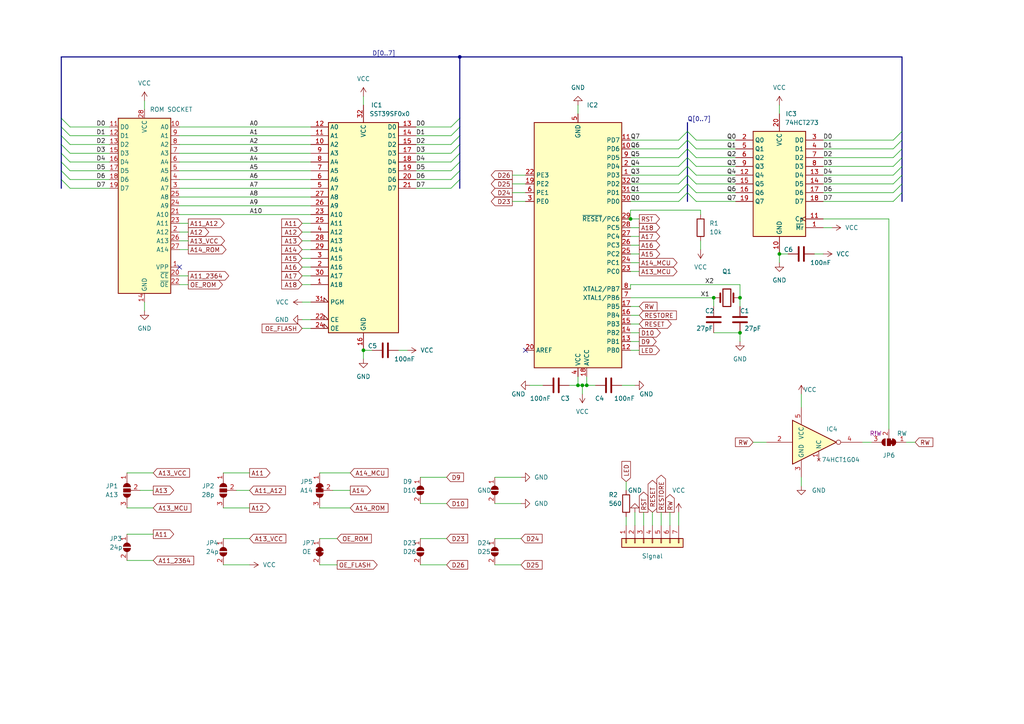
<source format=kicad_sch>
(kicad_sch (version 20230121) (generator eeschema)
  (paper "A4")
  (title_block (title "CBM Switchless Multi-ROM SMD Version") (date "01.10.2023") (rev "V3.0") (company "xboxpro1"))
  (lib_symbols
    (symbol "74xGxx:74AHC1G04"
      (property "Reference" "U1" (at 12.7 3.9369 0))
      (property "Value" "74HC1G04" (at 12.7 1.3969 0))
      (symbol "74AHC1G04_0_1"
        (polyline (pts (xy -7.62 6.35) (xy -7.62 -6.35) (xy 5.08 0) (xy -7.62 6.35)) (stroke (width 0.254)) (fill (type background)))
      )
      (symbol "74AHC1G04_1_1"
        (pin no_connect line (at 0 -5.08 90) (length 2.54) (name "NC") (number "1"))
        (pin input line (at -15.24 0 0) (length 7.62) (name "~") (number "2"))
        (pin power_in line (at -5.08 -10.16 90) (length 5.08) (name "GND") (number "3"))
        (pin output inverted (at 12.7 0 180) (length 7.62) (name "~") (number "4"))
        (pin power_in line (at -5.08 10.16 270) (length 5.08) (name "VCC") (number "5"))
      )
    )
    (symbol "74xx:74HCT273"
      (property "Reference" "U" (at -7.62 16.51 0))
      (property "Value" "74HCT273" (at -7.62 -16.51 0))
      (symbol "74HCT273_1_0"
        (pin input line (at -12.7 -12.7 0) (length 5.08) (name "~{Mr}") (number "1"))
        (pin power_in line (at 0 -20.32 90) (length 5.08) (name "GND") (number "10"))
        (pin input clock (at -12.7 -10.16 0) (length 5.08) (name "Cp") (number "11"))
        (pin output line (at 12.7 2.54 180) (length 5.08) (name "Q4") (number "12"))
        (pin input line (at -12.7 2.54 0) (length 5.08) (name "D4") (number "13"))
        (pin input line (at -12.7 0 0) (length 5.08) (name "D5") (number "14"))
        (pin output line (at 12.7 0 180) (length 5.08) (name "Q5") (number "15"))
        (pin output line (at 12.7 -2.54 180) (length 5.08) (name "Q6") (number "16"))
        (pin input line (at -12.7 -2.54 0) (length 5.08) (name "D6") (number "17"))
        (pin input line (at -12.7 -5.08 0) (length 5.08) (name "D7") (number "18"))
        (pin output line (at 12.7 -5.08 180) (length 5.08) (name "Q7") (number "19"))
        (pin output line (at 12.7 12.7 180) (length 5.08) (name "Q0") (number "2"))
        (pin power_in line (at 0 20.32 270) (length 5.08) (name "VCC") (number "20"))
        (pin input line (at -12.7 12.7 0) (length 5.08) (name "D0") (number "3"))
        (pin input line (at -12.7 10.16 0) (length 5.08) (name "D1") (number "4"))
        (pin output line (at 12.7 10.16 180) (length 5.08) (name "Q1") (number "5"))
        (pin output line (at 12.7 7.62 180) (length 5.08) (name "Q2") (number "6"))
        (pin input line (at -12.7 7.62 0) (length 5.08) (name "D2") (number "7"))
        (pin input line (at -12.7 5.08 0) (length 5.08) (name "D3") (number "8"))
        (pin output line (at 12.7 5.08 180) (length 5.08) (name "Q3") (number "9"))
      )
      (symbol "74HCT273_1_1"
        (rectangle (start -7.62 15.24) (end 7.62 -15.24) (stroke (width 0.254)) (fill (type background)))
      )
    )
    (symbol "Connector_Generic:Conn_01x07" (pin_names (offset 1.016) hide)
      (property "Reference" "J" (at 0 10.16 0))
      (property "Value" "Conn_01x07" (at 0 -10.16 0))
      (symbol "Conn_01x07_1_1"
        (rectangle (start -1.27 -7.493) (end 0 -7.747) (stroke (width 0.1524)))
        (rectangle (start -1.27 -4.953) (end 0 -5.207) (stroke (width 0.1524)))
        (rectangle (start -1.27 -2.413) (end 0 -2.667) (stroke (width 0.1524)))
        (rectangle (start -1.27 0.127) (end 0 -0.127) (stroke (width 0.1524)))
        (rectangle (start -1.27 2.667) (end 0 2.413) (stroke (width 0.1524)))
        (rectangle (start -1.27 5.207) (end 0 4.953) (stroke (width 0.1524)))
        (rectangle (start -1.27 7.747) (end 0 7.493) (stroke (width 0.1524)))
        (rectangle (start -1.27 8.89) (end 1.27 -8.89) (stroke (width 0.254)) (fill (type background)))
        (pin passive line (at -5.08 7.62 0) (length 3.81) (name "Pin_1") (number "1"))
        (pin passive line (at -5.08 5.08 0) (length 3.81) (name "Pin_2") (number "2"))
        (pin passive line (at -5.08 2.54 0) (length 3.81) (name "Pin_3") (number "3"))
        (pin passive line (at -5.08 0 0) (length 3.81) (name "Pin_4") (number "4"))
        (pin passive line (at -5.08 -2.54 0) (length 3.81) (name "Pin_5") (number "5"))
        (pin passive line (at -5.08 -5.08 0) (length 3.81) (name "Pin_6") (number "6"))
        (pin passive line (at -5.08 -7.62 0) (length 3.81) (name "Pin_7") (number "7"))
      )
    )
    (symbol "Device:Crystal" (pin_numbers hide) (pin_names (offset 1.016) hide)
      (property "Reference" "Y" (at 0 3.81 0))
      (property "Value" "Crystal" (at 0 -3.81 0))
      (symbol "Crystal_0_1"
        (rectangle (start -1.143 2.54) (end 1.143 -2.54) (stroke (width 0.3048)))
        (polyline (pts (xy -2.54 0) (xy -1.905 0)))
        (polyline (pts (xy -1.905 -1.27) (xy -1.905 1.27)) (stroke (width 0.508)))
        (polyline (pts (xy 1.905 -1.27) (xy 1.905 1.27)) (stroke (width 0.508)))
        (polyline (pts (xy 2.54 0) (xy 1.905 0)))
      )
      (symbol "Crystal_1_1"
        (pin passive line (at -3.81 0 0) (length 1.27) (name "1") (number "1"))
        (pin passive line (at 3.81 0 180) (length 1.27) (name "2") (number "2"))
      )
    )
    (symbol "Device:R" (pin_numbers hide) (pin_names (offset 0))
      (property "Reference" "R" (at 2.032 0 90))
      (property "Value" "R" (at 0 0 90))
      (symbol "R_0_1"
        (rectangle (start -1.016 -2.54) (end 1.016 2.54) (stroke (width 0.254)))
      )
      (symbol "R_1_1"
        (pin passive line (at 0 3.81 270) (length 1.27) (name "~") (number "1"))
        (pin passive line (at 0 -3.81 90) (length 1.27) (name "~") (number "2"))
      )
    )
    (symbol "Jumper:SolderJumper_2_Bridged" (pin_names (offset 0) hide)
      (property "Reference" "JP" (at 0 2.032 0))
      (property "Value" "SolderJumper_2_Bridged" (at 0 -2.54 0))
      (symbol "SolderJumper_2_Bridged_0_1"
        (rectangle (start -0.508 0.508) (end 0.508 -0.508) (fill (type outline)))
        (arc (start -0.254 1.016) (mid -1.2656 0) (end -0.254 -1.016))
        (arc (start -0.254 1.016) (mid -1.2656 0) (end -0.254 -1.016) (fill (type outline)))
        (polyline (pts (xy -0.254 1.016) (xy -0.254 -1.016)))
        (polyline (pts (xy 0.254 1.016) (xy 0.254 -1.016)))
        (arc (start 0.254 -1.016) (mid 1.2656 0) (end 0.254 1.016))
        (arc (start 0.254 -1.016) (mid 1.2656 0) (end 0.254 1.016) (fill (type outline)))
      )
      (symbol "SolderJumper_2_Bridged_1_1"
        (pin passive line (at -3.81 0 0) (length 2.54) (name "A") (number "1"))
        (pin passive line (at 3.81 0 180) (length 2.54) (name "B") (number "2"))
      )
    )
    (symbol "Jumper:SolderJumper_2_Open" (pin_names (offset 0) hide)
      (property "Reference" "JP" (at 0 2.032 0))
      (property "Value" "SolderJumper_2_Open" (at 0 -2.54 0))
      (symbol "SolderJumper_2_Open_0_1"
        (arc (start -0.254 1.016) (mid -1.2656 0) (end -0.254 -1.016))
        (arc (start -0.254 1.016) (mid -1.2656 0) (end -0.254 -1.016) (fill (type outline)))
        (polyline (pts (xy -0.254 1.016) (xy -0.254 -1.016)))
        (polyline (pts (xy 0.254 1.016) (xy 0.254 -1.016)))
        (arc (start 0.254 -1.016) (mid 1.2656 0) (end 0.254 1.016))
        (arc (start 0.254 -1.016) (mid 1.2656 0) (end 0.254 1.016) (fill (type outline)))
      )
      (symbol "SolderJumper_2_Open_1_1"
        (pin passive line (at -3.81 0 0) (length 2.54) (name "A") (number "1"))
        (pin passive line (at 3.81 0 180) (length 2.54) (name "B") (number "2"))
      )
    )
    (symbol "Jumper:SolderJumper_3_Bridged12" (pin_names (offset 0) hide)
      (property "Reference" "JP" (at -2.54 -2.54 0))
      (property "Value" "SolderJumper_3_Bridged12" (at 0 2.794 0))
      (symbol "SolderJumper_3_Bridged12_0_1"
        (rectangle (start -1.016 0.508) (end -0.508 -0.508) (fill (type outline)))
        (arc (start -1.016 1.016) (mid -2.0276 0) (end -1.016 -1.016))
        (arc (start -1.016 1.016) (mid -2.0276 0) (end -1.016 -1.016) (fill (type outline)))
        (rectangle (start -0.508 1.016) (end 0.508 -1.016) (fill (type outline)))
        (polyline (pts (xy -2.54 0) (xy -2.032 0)))
        (polyline (pts (xy -1.016 1.016) (xy -1.016 -1.016)))
        (polyline (pts (xy 0 -1.27) (xy 0 -1.016)))
        (polyline (pts (xy 1.016 1.016) (xy 1.016 -1.016)))
        (polyline (pts (xy 2.54 0) (xy 2.032 0)))
        (arc (start 1.016 -1.016) (mid 2.0276 0) (end 1.016 1.016))
        (arc (start 1.016 -1.016) (mid 2.0276 0) (end 1.016 1.016) (fill (type outline)))
      )
      (symbol "SolderJumper_3_Bridged12_1_1"
        (pin passive line (at -5.08 0 0) (length 2.54) (name "A") (number "1"))
        (pin passive line (at 0 -3.81 90) (length 2.54) (name "C") (number "2"))
        (pin passive line (at 5.08 0 180) (length 2.54) (name "B") (number "3"))
      )
    )
    (symbol "Jumper:SolderJumper_3_Open" (pin_names (offset 0) hide)
      (property "Reference" "JP" (at -2.54 -2.54 0))
      (property "Value" "SolderJumper_3_Open" (at 0 2.794 0))
      (symbol "SolderJumper_3_Open_0_1"
        (arc (start -1.016 1.016) (mid -2.0276 0) (end -1.016 -1.016))
        (arc (start -1.016 1.016) (mid -2.0276 0) (end -1.016 -1.016) (fill (type outline)))
        (rectangle (start -0.508 1.016) (end 0.508 -1.016) (fill (type outline)))
        (polyline (pts (xy -2.54 0) (xy -2.032 0)))
        (polyline (pts (xy -1.016 1.016) (xy -1.016 -1.016)))
        (polyline (pts (xy 0 -1.27) (xy 0 -1.016)))
        (polyline (pts (xy 1.016 1.016) (xy 1.016 -1.016)))
        (polyline (pts (xy 2.54 0) (xy 2.032 0)))
        (arc (start 1.016 -1.016) (mid 2.0276 0) (end 1.016 1.016))
        (arc (start 1.016 -1.016) (mid 2.0276 0) (end 1.016 1.016) (fill (type outline)))
      )
      (symbol "SolderJumper_3_Open_1_1"
        (pin passive line (at -5.08 0 0) (length 2.54) (name "A") (number "1"))
        (pin passive line (at 0 -3.81 90) (length 2.54) (name "C") (number "2"))
        (pin passive line (at 5.08 0 180) (length 2.54) (name "B") (number "3"))
      )
    )
    (symbol "MCU_Microchip_ATmega:ATmega328PB-A"
      (property "Reference" "U" (at -12.7 36.83 0))
      (property "Value" "ATmega328PB-A" (at 2.54 -36.83 0))
      (symbol "ATmega328PB-A_0_1"
        (rectangle (start -12.7 -35.56) (end 12.7 35.56) (stroke (width 0.254)) (fill (type background)))
      )
      (symbol "ATmega328PB-A_1_1"
        (pin bidirectional line (at 15.24 -20.32 180) (length 2.54) (name "PD3") (number "1"))
        (pin bidirectional line (at 15.24 -27.94 180) (length 2.54) (name "PD6") (number "10"))
        (pin bidirectional line (at 15.24 -30.48 180) (length 2.54) (name "PD7") (number "11"))
        (pin bidirectional line (at 15.24 30.48 180) (length 2.54) (name "PB0") (number "12"))
        (pin bidirectional line (at 15.24 27.94 180) (length 2.54) (name "PB1") (number "13"))
        (pin bidirectional line (at 15.24 25.4 180) (length 2.54) (name "PB2") (number "14"))
        (pin bidirectional line (at 15.24 22.86 180) (length 2.54) (name "PB3") (number "15"))
        (pin bidirectional line (at 15.24 20.32 180) (length 2.54) (name "PB4") (number "16"))
        (pin bidirectional line (at 15.24 17.78 180) (length 2.54) (name "PB5") (number "17"))
        (pin power_in line (at 2.54 38.1 270) (length 2.54) (name "AVCC") (number "18"))
        (pin bidirectional line (at -15.24 -17.78 0) (length 2.54) (name "PE2") (number "19"))
        (pin bidirectional line (at 15.24 -22.86 180) (length 2.54) (name "PD4") (number "2"))
        (pin passive line (at -15.24 30.48 0) (length 2.54) (name "AREF") (number "20"))
        (pin passive line (at 0 -38.1 90) (length 2.54) hide (name "GND") (number "21"))
        (pin bidirectional line (at -15.24 -20.32 0) (length 2.54) (name "PE3") (number "22"))
        (pin bidirectional line (at 15.24 7.62 180) (length 2.54) (name "PC0") (number "23"))
        (pin bidirectional line (at 15.24 5.08 180) (length 2.54) (name "PC1") (number "24"))
        (pin bidirectional line (at 15.24 2.54 180) (length 2.54) (name "PC2") (number "25"))
        (pin bidirectional line (at 15.24 0 180) (length 2.54) (name "PC3") (number "26"))
        (pin bidirectional line (at 15.24 -2.54 180) (length 2.54) (name "PC4") (number "27"))
        (pin bidirectional line (at 15.24 -5.08 180) (length 2.54) (name "PC5") (number "28"))
        (pin bidirectional line (at 15.24 -7.62 180) (length 2.54) (name "~{RESET}/PC6") (number "29"))
        (pin bidirectional line (at -15.24 -12.7 0) (length 2.54) (name "PE0") (number "3"))
        (pin bidirectional line (at 15.24 -12.7 180) (length 2.54) (name "PD0") (number "30"))
        (pin bidirectional line (at 15.24 -15.24 180) (length 2.54) (name "PD1") (number "31"))
        (pin bidirectional line (at 15.24 -17.78 180) (length 2.54) (name "PD2") (number "32"))
        (pin power_in line (at 0 38.1 270) (length 2.54) (name "VCC") (number "4"))
        (pin power_in line (at 0 -38.1 90) (length 2.54) (name "GND") (number "5"))
        (pin bidirectional line (at -15.24 -15.24 0) (length 2.54) (name "PE1") (number "6"))
        (pin bidirectional line (at 15.24 15.24 180) (length 2.54) (name "XTAL1/PB6") (number "7"))
        (pin bidirectional line (at 15.24 12.7 180) (length 2.54) (name "XTAL2/PB7") (number "8"))
        (pin bidirectional line (at 15.24 -25.4 180) (length 2.54) (name "PD5") (number "9"))
      )
    )
    (symbol "Memory_EPROM:27256"
      (property "Reference" "U" (at -7.62 26.67 0))
      (property "Value" "27256" (at 2.54 -26.67 0))
      (symbol "27256_1_1"
        (rectangle (start -7.62 25.4) (end 7.62 -25.4) (stroke (width 0.254)) (fill (type background)))
        (pin input line (at -10.16 -17.78 0) (length 2.54) (name "VPP") (number "1"))
        (pin input line (at -10.16 22.86 0) (length 2.54) (name "A0") (number "10"))
        (pin tri_state line (at 10.16 22.86 180) (length 2.54) (name "D0") (number "11"))
        (pin tri_state line (at 10.16 20.32 180) (length 2.54) (name "D1") (number "12"))
        (pin tri_state line (at 10.16 17.78 180) (length 2.54) (name "D2") (number "13"))
        (pin power_in line (at 0 -27.94 90) (length 2.54) (name "GND") (number "14"))
        (pin tri_state line (at 10.16 15.24 180) (length 2.54) (name "D3") (number "15"))
        (pin tri_state line (at 10.16 12.7 180) (length 2.54) (name "D4") (number "16"))
        (pin tri_state line (at 10.16 10.16 180) (length 2.54) (name "D5") (number "17"))
        (pin tri_state line (at 10.16 7.62 180) (length 2.54) (name "D6") (number "18"))
        (pin tri_state line (at 10.16 5.08 180) (length 2.54) (name "D7") (number "19"))
        (pin input line (at -10.16 -7.62 0) (length 2.54) (name "A12") (number "2"))
        (pin input line (at -10.16 -20.32 0) (length 2.54) (name "~{CE}") (number "20"))
        (pin input line (at -10.16 -2.54 0) (length 2.54) (name "A10") (number "21"))
        (pin input line (at -10.16 -22.86 0) (length 2.54) (name "~{OE}") (number "22"))
        (pin input line (at -10.16 -5.08 0) (length 2.54) (name "A11") (number "23"))
        (pin input line (at -10.16 0 0) (length 2.54) (name "A9") (number "24"))
        (pin input line (at -10.16 2.54 0) (length 2.54) (name "A8") (number "25"))
        (pin input line (at -10.16 -10.16 0) (length 2.54) (name "A13") (number "26"))
        (pin input line (at -10.16 -12.7 0) (length 2.54) (name "A14") (number "27"))
        (pin power_in line (at 0 27.94 270) (length 2.54) (name "VCC") (number "28"))
        (pin input line (at -10.16 5.08 0) (length 2.54) (name "A7") (number "3"))
        (pin input line (at -10.16 7.62 0) (length 2.54) (name "A6") (number "4"))
        (pin input line (at -10.16 10.16 0) (length 2.54) (name "A5") (number "5"))
        (pin input line (at -10.16 12.7 0) (length 2.54) (name "A4") (number "6"))
        (pin input line (at -10.16 15.24 0) (length 2.54) (name "A3") (number "7"))
        (pin input line (at -10.16 17.78 0) (length 2.54) (name "A2") (number "8"))
        (pin input line (at -10.16 20.32 0) (length 2.54) (name "A1") (number "9"))
      )
    )
    (symbol "Memory_Flash:SST39SF040"
      (property "Reference" "U" (at 2.54 33.02 0))
      (property "Value" "SST39SF040" (at 0 -30.48 0))
      (symbol "SST39SF040_0_0"
        (pin power_in line (at 0 -34.29 90) (length 5.08) (name "GND") (number "16"))
        (pin power_in line (at 0 36.83 270) (length 5.08) (name "VCC") (number "32"))
      )
      (symbol "SST39SF040_0_1"
        (rectangle (start -10.16 31.75) (end 10.16 -29.21) (stroke (width 0.254)) (fill (type background)))
      )
      (symbol "SST39SF040_1_1"
        (pin input line (at -15.24 -15.24 0) (length 5.08) (name "A18") (number "1"))
        (pin input line (at -15.24 25.4 0) (length 5.08) (name "A2") (number "10"))
        (pin input line (at -15.24 27.94 0) (length 5.08) (name "A1") (number "11"))
        (pin input line (at -15.24 30.48 0) (length 5.08) (name "A0") (number "12"))
        (pin tri_state line (at 15.24 30.48 180) (length 5.08) (name "D0") (number "13"))
        (pin tri_state line (at 15.24 27.94 180) (length 5.08) (name "D1") (number "14"))
        (pin tri_state line (at 15.24 25.4 180) (length 5.08) (name "D2") (number "15"))
        (pin tri_state line (at 15.24 22.86 180) (length 5.08) (name "D3") (number "17"))
        (pin tri_state line (at 15.24 20.32 180) (length 5.08) (name "D4") (number "18"))
        (pin tri_state line (at 15.24 17.78 180) (length 5.08) (name "D5") (number "19"))
        (pin input line (at -15.24 -10.16 0) (length 5.08) (name "A16") (number "2"))
        (pin tri_state line (at 15.24 15.24 180) (length 5.08) (name "D6") (number "20"))
        (pin tri_state line (at 15.24 12.7 180) (length 5.08) (name "D7") (number "21"))
        (pin input input_low (at -15.24 -25.4 0) (length 5.08) (name "CE") (number "22"))
        (pin input line (at -15.24 5.08 0) (length 5.08) (name "A10") (number "23"))
        (pin input input_low (at -15.24 -27.94 0) (length 5.08) (name "OE") (number "24"))
        (pin input line (at -15.24 2.54 0) (length 5.08) (name "A11") (number "25"))
        (pin input line (at -15.24 7.62 0) (length 5.08) (name "A9") (number "26"))
        (pin input line (at -15.24 10.16 0) (length 5.08) (name "A8") (number "27"))
        (pin input line (at -15.24 -2.54 0) (length 5.08) (name "A13") (number "28"))
        (pin input line (at -15.24 -5.08 0) (length 5.08) (name "A14") (number "29"))
        (pin input line (at -15.24 -7.62 0) (length 5.08) (name "A15") (number "3"))
        (pin input line (at -15.24 -12.7 0) (length 5.08) (name "A17") (number "30"))
        (pin input input_low (at -15.24 -20.32 0) (length 5.08) (name "PGM") (number "31"))
        (pin input line (at -15.24 0 0) (length 5.08) (name "A12") (number "4"))
        (pin input line (at -15.24 12.7 0) (length 5.08) (name "A7") (number "5"))
        (pin input line (at -15.24 15.24 0) (length 5.08) (name "A6") (number "6"))
        (pin input line (at -15.24 17.78 0) (length 5.08) (name "A5") (number "7"))
        (pin input line (at -15.24 20.32 0) (length 5.08) (name "A4") (number "8"))
        (pin input line (at -15.24 22.86 0) (length 5.08) (name "A3") (number "9"))
      )
    )
    (symbol "PCM_Capacitor_AKL:C_0805" (pin_numbers hide) (pin_names (offset 0.254))
      (property "Reference" "C" (at 0.635 2.54 0))
      (property "Value" "C_0805" (at 0.635 -2.54 0))
      (symbol "C_0805_0_1"
        (polyline (pts (xy -2.032 -0.762) (xy 2.032 -0.762)) (stroke (width 0.508)))
        (polyline (pts (xy -2.032 0.762) (xy 2.032 0.762)) (stroke (width 0.508)))
      )
      (symbol "C_0805_1_1"
        (pin passive line (at 0 3.81 270) (length 2.794) (name "~") (number "1"))
        (pin passive line (at 0 -3.81 90) (length 2.794) (name "~") (number "2"))
      )
    )
    (symbol "power:GND" (power) (pin_names (offset 0))
      (property "Value" "GND" (at 0 -3.81 0))
      (symbol "GND_0_1"
        (polyline (pts (xy 0 0) (xy 0 -1.27) (xy 1.27 -1.27) (xy 0 -2.54) (xy -1.27 -1.27) (xy 0 -1.27)))
      )
      (symbol "GND_1_1"
        (pin power_in line (at 0 0 270) (length 0) hide (name "GND") (number "1"))
      )
    )
    (symbol "power:VCC" (power) (pin_names (offset 0))
      (property "Value" "VCC" (at 0 3.81 0))
      (symbol "VCC_0_1"
        (polyline (pts (xy -0.762 1.27) (xy 0 2.54)))
        (polyline (pts (xy 0 0) (xy 0 2.54)))
        (polyline (pts (xy 0 2.54) (xy 0.762 1.27)))
      )
      (symbol "VCC_1_1"
        (pin power_in line (at 0 0 90) (length 0) hide (name "VCC") (number "1"))
      )
    )
  )
  (junction (at 214.63 86.36))
  (junction (at 226.06 73.66))
  (junction (at 105.41 101.6))
  (junction (at 214.63 96.52))
  (junction (at 168.91 111.76))
  (junction (at 133.35 16.51))
  (junction (at 207.01 86.36))
  (junction (at 167.64 111.76))
  (junction (at 182.88 63.5))
  (junction (at 170.18 111.76))
  (no_connect (at 52.07 77.47))
  (no_connect (at 152.4 101.6))
  (bus_entry (at 199.39 50.8) (size 2.54 2.54))
  (bus_entry (at 133.35 52.07) (size -2.54 2.54))
  (bus_entry (at 199.39 55.88) (size 2.54 2.54))
  (bus_entry (at 199.39 50.8) (size -2.54 2.54))
  (bus_entry (at 199.39 40.64) (size -2.54 2.54))
  (bus_entry (at 17.78 41.91) (size 2.54 2.54))
  (bus_entry (at 133.35 41.91) (size -2.54 2.54))
  (bus_entry (at 199.39 48.26) (size 2.54 2.54))
  (bus_entry (at 199.39 45.72) (size -2.54 2.54))
  (bus_entry (at 133.35 46.99) (size -2.54 2.54))
  (bus_entry (at 17.78 39.37) (size 2.54 2.54))
  (bus_entry (at 261.62 40.64) (size -2.54 2.54))
  (bus_entry (at 133.35 36.83) (size -2.54 2.54))
  (bus_entry (at 133.35 49.53) (size -2.54 2.54))
  (bus_entry (at 261.62 55.88) (size -2.54 2.54))
  (bus_entry (at 199.39 53.34) (size 2.54 2.54))
  (bus_entry (at 261.62 45.72) (size -2.54 2.54))
  (bus_entry (at 261.62 43.18) (size -2.54 2.54))
  (bus_entry (at 261.62 38.1) (size -2.54 2.54))
  (bus_entry (at 17.78 49.53) (size 2.54 2.54))
  (bus_entry (at 199.39 38.1) (size -2.54 2.54))
  (bus_entry (at 133.35 44.45) (size -2.54 2.54))
  (bus_entry (at 199.39 53.34) (size -2.54 2.54))
  (bus_entry (at 261.62 53.34) (size -2.54 2.54))
  (bus_entry (at 17.78 52.07) (size 2.54 2.54))
  (bus_entry (at 199.39 55.88) (size -2.54 2.54))
  (bus_entry (at 261.62 48.26) (size -2.54 2.54))
  (bus_entry (at 17.78 46.99) (size 2.54 2.54))
  (bus_entry (at 17.78 44.45) (size 2.54 2.54))
  (bus_entry (at 133.35 34.29) (size -2.54 2.54))
  (bus_entry (at 199.39 43.18) (size -2.54 2.54))
  (bus_entry (at 17.78 36.83) (size 2.54 2.54))
  (bus_entry (at 199.39 45.72) (size 2.54 2.54))
  (bus_entry (at 199.39 48.26) (size -2.54 2.54))
  (bus_entry (at 133.35 39.37) (size -2.54 2.54))
  (bus_entry (at 199.39 40.64) (size 2.54 2.54))
  (bus_entry (at 261.62 50.8) (size -2.54 2.54))
  (bus_entry (at 17.78 34.29) (size 2.54 2.54))
  (bus_entry (at 199.39 38.1) (size 2.54 2.54))
  (bus_entry (at 199.39 43.18) (size 2.54 2.54))
  (wire (pts (xy 182.88 71.12) (xy 185.42 71.12)))
  (wire (pts (xy 120.65 36.83) (xy 130.81 36.83)))
  (wire (pts (xy 168.91 111.76) (xy 168.91 114.3)))
  (wire (pts (xy 105.41 101.6) (xy 105.41 104.14)))
  (wire (pts (xy 41.91 87.63) (xy 41.91 90.17)))
  (wire (pts (xy 238.76 58.42) (xy 259.08 58.42)))
  (wire (pts (xy 238.76 53.34) (xy 259.08 53.34)))
  (wire (pts (xy 238.76 43.18) (xy 259.08 43.18)))
  (wire (pts (xy 52.07 64.77) (xy 54.61 64.77)))
  (wire (pts (xy 250.19 128.27) (xy 252.73 128.27)))
  (bus (pts (xy 199.39 50.8) (xy 199.39 53.34)))
  (bus (pts (xy 133.35 41.91) (xy 133.35 44.45)))
  (wire (pts (xy 121.92 163.83) (xy 129.54 163.83)))
  (wire (pts (xy 87.63 64.77) (xy 90.17 64.77)))
  (wire (pts (xy 182.88 99.06) (xy 185.42 99.06)))
  (wire (pts (xy 257.81 124.46) (xy 257.81 63.5)))
  (bus (pts (xy 133.35 16.51) (xy 261.62 16.51)))
  (bus (pts (xy 199.39 40.64) (xy 199.39 43.18)))
  (wire (pts (xy 143.51 146.05) (xy 151.13 146.05)))
  (wire (pts (xy 184.15 148.59) (xy 184.15 152.4)))
  (wire (pts (xy 262.89 128.27) (xy 265.43 128.27)))
  (bus (pts (xy 199.39 48.26) (xy 199.39 50.8)))
  (wire (pts (xy 87.63 80.01) (xy 90.17 80.01)))
  (wire (pts (xy 52.07 52.07) (xy 90.17 52.07)))
  (wire (pts (xy 214.63 96.52) (xy 214.63 99.06)))
  (wire (pts (xy 226.06 30.48) (xy 226.06 33.02)))
  (wire (pts (xy 52.07 44.45) (xy 90.17 44.45)))
  (wire (pts (xy 52.07 39.37) (xy 90.17 39.37)))
  (wire (pts (xy 36.83 137.16) (xy 44.45 137.16)))
  (wire (pts (xy 121.92 156.21) (xy 129.54 156.21)))
  (wire (pts (xy 92.71 137.16) (xy 101.6 137.16)))
  (wire (pts (xy 182.88 73.66) (xy 185.42 73.66)))
  (wire (pts (xy 201.93 50.8) (xy 213.36 50.8)))
  (wire (pts (xy 52.07 49.53) (xy 90.17 49.53)))
  (wire (pts (xy 170.18 111.76) (xy 172.72 111.76)))
  (wire (pts (xy 20.32 46.99) (xy 31.75 46.99)))
  (wire (pts (xy 201.93 40.64) (xy 213.36 40.64)))
  (wire (pts (xy 115.57 101.6) (xy 118.11 101.6)))
  (wire (pts (xy 191.77 148.59) (xy 191.77 152.4)))
  (wire (pts (xy 207.01 96.52) (xy 214.63 96.52)))
  (wire (pts (xy 182.88 63.5) (xy 182.88 60.96)))
  (bus (pts (xy 17.78 54.61) (xy 17.78 52.07)))
  (wire (pts (xy 182.88 96.52) (xy 185.42 96.52)))
  (bus (pts (xy 133.35 49.53) (xy 133.35 52.07)))
  (wire (pts (xy 182.88 45.72) (xy 196.85 45.72)))
  (wire (pts (xy 121.92 146.05) (xy 129.54 146.05)))
  (wire (pts (xy 201.93 58.42) (xy 213.36 58.42)))
  (wire (pts (xy 87.63 69.85) (xy 90.17 69.85)))
  (wire (pts (xy 182.88 91.44) (xy 185.42 91.44)))
  (wire (pts (xy 182.88 60.96) (xy 203.2 60.96)))
  (wire (pts (xy 238.76 48.26) (xy 259.08 48.26)))
  (wire (pts (xy 182.88 86.36) (xy 207.01 86.36)))
  (wire (pts (xy 120.65 39.37) (xy 130.81 39.37)))
  (wire (pts (xy 64.77 156.21) (xy 72.39 156.21)))
  (wire (pts (xy 52.07 67.31) (xy 54.61 67.31)))
  (wire (pts (xy 87.63 87.63) (xy 90.17 87.63)))
  (wire (pts (xy 201.93 55.88) (xy 213.36 55.88)))
  (wire (pts (xy 148.59 50.8) (xy 152.4 50.8)))
  (bus (pts (xy 199.39 55.88) (xy 199.39 58.42)))
  (bus (pts (xy 261.62 53.34) (xy 261.62 55.88)))
  (bus (pts (xy 199.39 35.56) (xy 199.39 38.1)))
  (wire (pts (xy 165.1 111.76) (xy 167.64 111.76)))
  (wire (pts (xy 180.34 111.76) (xy 184.15 111.76)))
  (wire (pts (xy 92.71 147.32) (xy 101.6 147.32)))
  (wire (pts (xy 120.65 54.61) (xy 130.81 54.61)))
  (bus (pts (xy 133.35 36.83) (xy 133.35 39.37)))
  (wire (pts (xy 186.69 148.59) (xy 186.69 152.4)))
  (wire (pts (xy 52.07 54.61) (xy 90.17 54.61)))
  (wire (pts (xy 182.88 66.04) (xy 185.42 66.04)))
  (wire (pts (xy 182.88 55.88) (xy 196.85 55.88)))
  (bus (pts (xy 199.39 38.1) (xy 199.39 40.64)))
  (wire (pts (xy 201.93 48.26) (xy 213.36 48.26)))
  (wire (pts (xy 201.93 45.72) (xy 213.36 45.72)))
  (bus (pts (xy 261.62 55.88) (xy 261.62 58.42)))
  (wire (pts (xy 52.07 82.55) (xy 54.61 82.55)))
  (bus (pts (xy 133.35 44.45) (xy 133.35 46.99)))
  (wire (pts (xy 105.41 101.6) (xy 107.95 101.6)))
  (bus (pts (xy 17.78 16.51) (xy 133.35 16.51)))
  (wire (pts (xy 182.88 78.74) (xy 185.42 78.74)))
  (wire (pts (xy 87.63 92.71) (xy 90.17 92.71)))
  (wire (pts (xy 148.59 58.42) (xy 152.4 58.42)))
  (bus (pts (xy 17.78 46.99) (xy 17.78 44.45)))
  (wire (pts (xy 36.83 154.94) (xy 44.45 154.94)))
  (wire (pts (xy 120.65 44.45) (xy 130.81 44.45)))
  (wire (pts (xy 170.18 109.22) (xy 170.18 111.76)))
  (wire (pts (xy 203.2 69.85) (xy 203.2 72.39)))
  (wire (pts (xy 52.07 36.83) (xy 90.17 36.83)))
  (wire (pts (xy 182.88 88.9) (xy 185.42 88.9)))
  (wire (pts (xy 238.76 50.8) (xy 259.08 50.8)))
  (wire (pts (xy 120.65 46.99) (xy 130.81 46.99)))
  (wire (pts (xy 182.88 53.34) (xy 196.85 53.34)))
  (wire (pts (xy 40.64 142.24) (xy 44.45 142.24)))
  (wire (pts (xy 238.76 55.88) (xy 259.08 55.88)))
  (wire (pts (xy 87.63 77.47) (xy 90.17 77.47)))
  (wire (pts (xy 92.71 163.83) (xy 97.79 163.83)))
  (wire (pts (xy 226.06 73.66) (xy 228.6 73.66)))
  (bus (pts (xy 17.78 36.83) (xy 17.78 34.29)))
  (wire (pts (xy 92.71 156.21) (xy 97.79 156.21)))
  (wire (pts (xy 226.06 73.66) (xy 226.06 76.2)))
  (wire (pts (xy 218.44 128.27) (xy 222.25 128.27)))
  (wire (pts (xy 207.01 86.36) (xy 207.01 88.9)))
  (bus (pts (xy 261.62 40.64) (xy 261.62 43.18)))
  (wire (pts (xy 168.91 111.76) (xy 170.18 111.76)))
  (bus (pts (xy 133.35 46.99) (xy 133.35 49.53)))
  (wire (pts (xy 236.22 73.66) (xy 238.76 73.66)))
  (wire (pts (xy 181.61 139.7) (xy 181.61 142.24)))
  (wire (pts (xy 20.32 44.45) (xy 31.75 44.45)))
  (bus (pts (xy 17.78 39.37) (xy 17.78 36.83)))
  (wire (pts (xy 182.88 82.55) (xy 214.63 82.55)))
  (wire (pts (xy 201.93 53.34) (xy 213.36 53.34)))
  (wire (pts (xy 20.32 52.07) (xy 31.75 52.07)))
  (wire (pts (xy 52.07 41.91) (xy 90.17 41.91)))
  (wire (pts (xy 52.07 80.01) (xy 54.61 80.01)))
  (wire (pts (xy 182.88 93.98) (xy 185.42 93.98)))
  (wire (pts (xy 196.85 148.59) (xy 196.85 152.4)))
  (wire (pts (xy 182.88 50.8) (xy 196.85 50.8)))
  (wire (pts (xy 203.2 60.96) (xy 203.2 62.23)))
  (wire (pts (xy 148.59 53.34) (xy 152.4 53.34)))
  (wire (pts (xy 36.83 147.32) (xy 44.45 147.32)))
  (wire (pts (xy 182.88 63.5) (xy 185.42 63.5)))
  (wire (pts (xy 120.65 49.53) (xy 130.81 49.53)))
  (bus (pts (xy 17.78 16.51) (xy 17.78 34.29)))
  (bus (pts (xy 199.39 53.34) (xy 199.39 55.88)))
  (wire (pts (xy 143.51 163.83) (xy 151.13 163.83)))
  (bus (pts (xy 261.62 48.26) (xy 261.62 50.8)))
  (bus (pts (xy 133.35 16.51) (xy 133.35 34.29)))
  (bus (pts (xy 17.78 41.91) (xy 17.78 39.37)))
  (wire (pts (xy 105.41 27.94) (xy 105.41 30.48)))
  (wire (pts (xy 68.58 142.24) (xy 72.39 142.24)))
  (wire (pts (xy 52.07 62.23) (xy 90.17 62.23)))
  (wire (pts (xy 143.51 156.21) (xy 151.13 156.21)))
  (bus (pts (xy 17.78 52.07) (xy 17.78 49.53)))
  (wire (pts (xy 52.07 46.99) (xy 90.17 46.99)))
  (wire (pts (xy 64.77 137.16) (xy 72.39 137.16)))
  (wire (pts (xy 52.07 72.39) (xy 54.61 72.39)))
  (wire (pts (xy 189.23 148.59) (xy 189.23 152.4)))
  (wire (pts (xy 182.88 58.42) (xy 196.85 58.42)))
  (wire (pts (xy 143.51 138.43) (xy 151.13 138.43)))
  (wire (pts (xy 257.81 63.5) (xy 238.76 63.5)))
  (wire (pts (xy 232.41 138.43) (xy 232.41 140.97)))
  (wire (pts (xy 36.83 162.56) (xy 44.45 162.56)))
  (wire (pts (xy 194.31 148.59) (xy 194.31 152.4)))
  (wire (pts (xy 182.88 48.26) (xy 196.85 48.26)))
  (wire (pts (xy 238.76 40.64) (xy 259.08 40.64)))
  (wire (pts (xy 201.93 43.18) (xy 213.36 43.18)))
  (bus (pts (xy 261.62 43.18) (xy 261.62 45.72)))
  (wire (pts (xy 64.77 147.32) (xy 72.39 147.32)))
  (wire (pts (xy 120.65 41.91) (xy 130.81 41.91)))
  (bus (pts (xy 199.39 45.72) (xy 199.39 48.26)))
  (wire (pts (xy 20.32 41.91) (xy 31.75 41.91)))
  (wire (pts (xy 153.67 111.76) (xy 157.48 111.76)))
  (wire (pts (xy 167.64 111.76) (xy 168.91 111.76)))
  (wire (pts (xy 87.63 95.25) (xy 90.17 95.25)))
  (wire (pts (xy 214.63 86.36) (xy 214.63 88.9)))
  (wire (pts (xy 182.88 101.6) (xy 185.42 101.6)))
  (wire (pts (xy 238.76 66.04) (xy 241.3 66.04)))
  (bus (pts (xy 17.78 49.53) (xy 17.78 46.99)))
  (wire (pts (xy 232.41 114.3) (xy 232.41 118.11)))
  (wire (pts (xy 52.07 59.69) (xy 90.17 59.69)))
  (wire (pts (xy 182.88 76.2) (xy 185.42 76.2)))
  (wire (pts (xy 181.61 149.86) (xy 181.61 152.4)))
  (bus (pts (xy 17.78 44.45) (xy 17.78 41.91)))
  (bus (pts (xy 261.62 50.8) (xy 261.62 53.34)))
  (wire (pts (xy 52.07 57.15) (xy 90.17 57.15)))
  (wire (pts (xy 167.64 109.22) (xy 167.64 111.76)))
  (wire (pts (xy 64.77 163.83) (xy 72.39 163.83)))
  (wire (pts (xy 182.88 43.18) (xy 196.85 43.18)))
  (wire (pts (xy 214.63 82.55) (xy 214.63 86.36)))
  (wire (pts (xy 20.32 54.61) (xy 31.75 54.61)))
  (wire (pts (xy 52.07 69.85) (xy 54.61 69.85)))
  (wire (pts (xy 41.91 29.21) (xy 41.91 31.75)))
  (wire (pts (xy 182.88 83.82) (xy 182.88 82.55)))
  (bus (pts (xy 133.35 34.29) (xy 133.35 36.83)))
  (wire (pts (xy 96.52 142.24) (xy 101.6 142.24)))
  (wire (pts (xy 20.32 49.53) (xy 31.75 49.53)))
  (bus (pts (xy 199.39 43.18) (xy 199.39 45.72)))
  (bus (pts (xy 133.35 52.07) (xy 133.35 54.61)))
  (wire (pts (xy 182.88 68.58) (xy 185.42 68.58)))
  (wire (pts (xy 87.63 67.31) (xy 90.17 67.31)))
  (wire (pts (xy 148.59 55.88) (xy 152.4 55.88)))
  (wire (pts (xy 87.63 82.55) (xy 90.17 82.55)))
  (bus (pts (xy 261.62 38.1) (xy 261.62 40.64)))
  (bus (pts (xy 133.35 39.37) (xy 133.35 41.91)))
  (bus (pts (xy 261.62 16.51) (xy 261.62 38.1)))
  (wire (pts (xy 20.32 36.83) (xy 31.75 36.83)))
  (wire (pts (xy 120.65 52.07) (xy 130.81 52.07)))
  (bus (pts (xy 261.62 45.72) (xy 261.62 48.26)))
  (wire (pts (xy 20.32 39.37) (xy 31.75 39.37)))
  (wire (pts (xy 87.63 72.39) (xy 90.17 72.39)))
  (wire (pts (xy 167.64 30.48) (xy 167.64 33.02)))
  (wire (pts (xy 121.92 138.43) (xy 129.54 138.43)))
  (wire (pts (xy 238.76 45.72) (xy 259.08 45.72)))
  (wire (pts (xy 182.88 40.64) (xy 196.85 40.64)))
  (wire (pts (xy 87.63 74.93) (xy 90.17 74.93)))
  (label "D1" (at 120.65 39.37 0))
  (label "D2" (at 27.94 41.91 0))
  (label "Q6" (at 210.82 55.88 0))
  (label "Q5" (at 182.88 45.72 0))
  (label "D0" (at 120.65 36.83 0))
  (label "A0" (at 72.39 36.83 0))
  (label "Q3" (at 182.88 50.8 0))
  (label "Q7" (at 182.88 40.64 0))
  (label "A8" (at 72.39 57.15 0))
  (label "D5" (at 27.94 49.53 0))
  (label "D7" (at 238.76 58.42 0))
  (label "D0" (at 27.94 36.83 0))
  (label "Q2" (at 210.82 45.72 0))
  (label "A2" (at 72.39 41.91 0))
  (label "A3" (at 72.39 44.45 0))
  (label "D4" (at 27.94 46.99 0))
  (label "Q2" (at 182.88 53.34 0))
  (label "D1" (at 238.76 43.18 0))
  (label "D3" (at 120.65 44.45 0))
  (label "A1" (at 72.39 39.37 0))
  (label "Q7" (at 210.82 58.42 0))
  (label "D6" (at 27.94 52.07 0))
  (label "A7" (at 72.39 54.61 0))
  (label "D5" (at 120.65 49.53 0))
  (label "D3" (at 27.94 44.45 0))
  (label "D1" (at 27.94 39.37 0))
  (label "D4" (at 238.76 50.8 0))
  (label "D[0..7]" (at 107.95 16.51 0))
  (label "Q6" (at 182.88 43.18 0))
  (label "Q1" (at 210.82 43.18 0))
  (label "Q[0..7]" (at 199.39 35.56 0))
  (label "Q1" (at 182.88 55.88 0))
  (label "D0" (at 238.76 40.64 0))
  (label "Q5" (at 210.82 53.34 0))
  (label "A4" (at 72.39 46.99 0))
  (label "A5" (at 72.39 49.53 0))
  (label "X2" (at 204.47 82.55 0))
  (label "Q0" (at 210.82 40.64 0))
  (label "D7" (at 27.94 54.61 0))
  (label "Q4" (at 182.88 48.26 0))
  (label "A9" (at 72.39 59.69 0))
  (label "A10" (at 72.39 62.23 0))
  (label "A6" (at 72.39 52.07 0))
  (label "D4" (at 120.65 46.99 0))
  (label "Q4" (at 210.82 50.8 0))
  (label "D2" (at 238.76 45.72 0))
  (label "D6" (at 238.76 55.88 0))
  (label "D3" (at 238.76 48.26 0))
  (label "X1" (at 203.2 86.36 0))
  (label "D7" (at 120.65 54.61 0))
  (label "D2" (at 120.65 41.91 0))
  (label "D5" (at 238.76 53.34 0))
  (label "D6" (at 120.65 52.07 0))
  (label "Q0" (at 182.88 58.42 0))
  (label "Q3" (at 210.82 48.26 0))
  (global_label "D9" (shape output) (at 185.42 99.06 0) (property "Intersheetrefs" "${INTERSHEET_REFS}" (effects hide)))
  (global_label "OE_FLASH" (shape input) (at 87.63 95.25 180) (property "Intersheetrefs" "${INTERSHEET_REFS}" (effects hide)))
  (global_label "A12" (shape input) (at 87.63 67.31 180) (property "Intersheetrefs" "${INTERSHEET_REFS}" (effects hide)))
  (global_label "A13_VCC" (shape input) (at 72.39 156.21 0) (property "Intersheetrefs" "${INTERSHEET_REFS}" (effects hide)))
  (global_label "D23" (shape output) (at 148.59 58.42 180) (property "Intersheetrefs" "${INTERSHEET_REFS}" (effects hide)))
  (global_label "D25" (shape output) (at 148.59 53.34 180) (property "Intersheetrefs" "${INTERSHEET_REFS}" (effects hide)))
  (global_label "A14_MCU" (shape output) (at 185.42 76.2 0) (property "Intersheetrefs" "${INTERSHEET_REFS}" (effects hide)))
  (global_label "D23" (shape input) (at 129.54 156.21 0) (property "Intersheetrefs" "${INTERSHEET_REFS}" (effects hide)))
  (global_label "A13_MCU" (shape input) (at 44.45 147.32 0) (property "Intersheetrefs" "${INTERSHEET_REFS}" (effects hide)))
  (global_label "D10" (shape output) (at 185.42 96.52 0) (property "Intersheetrefs" "${INTERSHEET_REFS}" (effects hide)))
  (global_label "A16" (shape output) (at 185.42 71.12 0) (property "Intersheetrefs" "${INTERSHEET_REFS}" (effects hide)))
  (global_label "A13_VCC" (shape input) (at 44.45 137.16 0) (property "Intersheetrefs" "${INTERSHEET_REFS}" (effects hide)))
  (global_label "A13_MCU" (shape output) (at 185.42 78.74 0) (property "Intersheetrefs" "${INTERSHEET_REFS}" (effects hide)))
  (global_label "A14_ROM" (shape input) (at 101.6 147.32 0) (property "Intersheetrefs" "${INTERSHEET_REFS}" (effects hide)))
  (global_label "D25" (shape input) (at 151.13 163.83 0) (property "Intersheetrefs" "${INTERSHEET_REFS}" (effects hide)))
  (global_label "A17" (shape input) (at 87.63 80.01 180) (property "Intersheetrefs" "${INTERSHEET_REFS}" (effects hide)))
  (global_label "A14_MCU" (shape input) (at 101.6 137.16 0) (property "Intersheetrefs" "${INTERSHEET_REFS}" (effects hide)))
  (global_label "D24" (shape input) (at 151.13 156.21 0) (property "Intersheetrefs" "${INTERSHEET_REFS}" (effects hide)))
  (global_label "A18" (shape input) (at 87.63 82.55 180) (property "Intersheetrefs" "${INTERSHEET_REFS}" (effects hide)))
  (global_label "RESET" (shape bidirectional) (at 189.23 148.59 90) (property "Intersheetrefs" "${INTERSHEET_REFS}" (effects hide)))
  (global_label "D26" (shape output) (at 148.59 50.8 180) (property "Intersheetrefs" "${INTERSHEET_REFS}" (effects hide)))
  (global_label "D24" (shape output) (at 148.59 55.88 180) (property "Intersheetrefs" "${INTERSHEET_REFS}" (effects hide)))
  (global_label "A11" (shape output) (at 44.45 154.94 0) (property "Intersheetrefs" "${INTERSHEET_REFS}" (effects hide)))
  (global_label "A18" (shape output) (at 185.42 66.04 0) (property "Intersheetrefs" "${INTERSHEET_REFS}" (effects hide)))
  (global_label "A11_A12" (shape output) (at 54.61 64.77 0) (property "Intersheetrefs" "${INTERSHEET_REFS}" (effects hide)))
  (global_label "A13" (shape output) (at 44.45 142.24 0) (property "Intersheetrefs" "${INTERSHEET_REFS}" (effects hide)))
  (global_label "A11_A12" (shape input) (at 72.39 142.24 0) (property "Intersheetrefs" "${INTERSHEET_REFS}" (effects hide)))
  (global_label "LED" (shape input) (at 181.61 139.7 90) (property "Intersheetrefs" "${INTERSHEET_REFS}" (effects hide)))
  (global_label "RW" (shape input) (at 218.44 128.27 180) (property "Intersheetrefs" "${INTERSHEET_REFS}" (effects hide)))
  (global_label "D26" (shape input) (at 129.54 163.83 0) (property "Intersheetrefs" "${INTERSHEET_REFS}" (effects hide)))
  (global_label "OE_FLASH" (shape output) (at 97.79 163.83 0) (property "Intersheetrefs" "${INTERSHEET_REFS}" (effects hide)))
  (global_label "OE_ROM" (shape output) (at 54.61 82.55 0) (property "Intersheetrefs" "${INTERSHEET_REFS}" (effects hide)))
  (global_label "D9" (shape input) (at 129.54 138.43 0) (property "Intersheetrefs" "${INTERSHEET_REFS}" (effects hide)))
  (global_label "A11" (shape input) (at 87.63 64.77 180) (property "Intersheetrefs" "${INTERSHEET_REFS}" (effects hide)))
  (global_label "RST" (shape output) (at 186.69 148.59 90) (property "Intersheetrefs" "${INTERSHEET_REFS}" (effects hide)))
  (global_label "A13" (shape input) (at 87.63 69.85 180) (property "Intersheetrefs" "${INTERSHEET_REFS}" (effects hide)))
  (global_label "OE_ROM" (shape input) (at 97.79 156.21 0) (property "Intersheetrefs" "${INTERSHEET_REFS}" (effects hide)))
  (global_label "A16" (shape input) (at 87.63 77.47 180) (property "Intersheetrefs" "${INTERSHEET_REFS}" (effects hide)))
  (global_label "A13_VCC" (shape output) (at 54.61 69.85 0) (property "Intersheetrefs" "${INTERSHEET_REFS}" (effects hide)))
  (global_label "RW" (shape input) (at 265.43 128.27 0) (property "Intersheetrefs" "${INTERSHEET_REFS}" (effects hide)))
  (global_label "A12" (shape output) (at 54.61 67.31 0) (property "Intersheetrefs" "${INTERSHEET_REFS}" (effects hide)))
  (global_label "RESET" (shape bidirectional) (at 185.42 93.98 0) (property "Intersheetrefs" "${INTERSHEET_REFS}" (effects hide)))
  (global_label "RESTORE" (shape input) (at 185.42 91.44 0) (property "Intersheetrefs" "${INTERSHEET_REFS}" (effects hide)))
  (global_label "A17" (shape output) (at 185.42 68.58 0) (property "Intersheetrefs" "${INTERSHEET_REFS}" (effects hide)))
  (global_label "RW" (shape input) (at 185.42 88.9 0) (property "Intersheetrefs" "${INTERSHEET_REFS}" (effects hide)))
  (global_label "A11_2364" (shape output) (at 54.61 80.01 0) (property "Intersheetrefs" "${INTERSHEET_REFS}" (effects hide)))
  (global_label "RST" (shape output) (at 185.42 63.5 0) (property "Intersheetrefs" "${INTERSHEET_REFS}" (effects hide)))
  (global_label "A11_2364" (shape input) (at 44.45 162.56 0) (property "Intersheetrefs" "${INTERSHEET_REFS}" (effects hide)))
  (global_label "RW" (shape output) (at 194.31 148.59 90) (property "Intersheetrefs" "${INTERSHEET_REFS}" (effects hide)))
  (global_label "A15" (shape output) (at 185.42 73.66 0) (property "Intersheetrefs" "${INTERSHEET_REFS}" (effects hide)))
  (global_label "A14_ROM" (shape output) (at 54.61 72.39 0) (property "Intersheetrefs" "${INTERSHEET_REFS}" (effects hide)))
  (global_label "A12" (shape output) (at 72.39 147.32 0) (property "Intersheetrefs" "${INTERSHEET_REFS}" (effects hide)))
  (global_label "A11" (shape output) (at 72.39 137.16 0) (property "Intersheetrefs" "${INTERSHEET_REFS}" (effects hide)))
  (global_label "A14" (shape output) (at 101.6 142.24 0) (property "Intersheetrefs" "${INTERSHEET_REFS}" (effects hide)))
  (global_label "A14" (shape input) (at 87.63 72.39 180) (property "Intersheetrefs" "${INTERSHEET_REFS}" (effects hide)))
  (global_label "LED" (shape output) (at 185.42 101.6 0) (property "Intersheetrefs" "${INTERSHEET_REFS}" (effects hide)))
  (global_label "D10" (shape input) (at 129.54 146.05 0) (property "Intersheetrefs" "${INTERSHEET_REFS}" (effects hide)))
  (global_label "A15" (shape input) (at 87.63 74.93 180) (property "Intersheetrefs" "${INTERSHEET_REFS}" (effects hide)))
  (global_label "RESTORE" (shape output) (at 191.77 148.59 90) (property "Intersheetrefs" "${INTERSHEET_REFS}" (effects hide)))
  (symbol (lib_id "power:VCC") (at 105.41 27.94 0) (unit 1)
    (property "Reference" "#PWR03" (effects hide))
    (property "Value" "VCC" (at 105.41 22.86 0))
  )
  (symbol (lib_id "74xx:74HCT273") (at 226.06 53.34 0) (mirror y) (unit 1)
    (property "Reference" "IC3" (at 231.14 33.02 0) (effects (justify left)))
    (property "Value" "74HCT273" (at 237.49 35.56 0) (effects (justify left)))
    (property "Footprint" "PCM_Package_SO_AKL:SO-20_12.8x7.5mm_P1.27mm" (effects hide))
    (property "Datasheet" "https://assets.nexperia.com/documents/data-sheet/74HC_HCT273.pdf" (effects hide))
  )
  (symbol (lib_id "power:GND") (at 151.13 146.05 90) (unit 1)
    (property "Reference" "#PWR024" (effects hide))
    (property "Value" "GND" (at 154.94 146.05 90) (effects (justify right)))
  )
  (symbol (lib_id "power:VCC") (at 238.76 73.66 270) (unit 1)
    (property "Reference" "#PWR023" (effects hide))
    (property "Value" "VCC" (at 242.57 73.66 90) (effects (justify left)))
  )
  (symbol (lib_id "power:GND") (at 105.41 104.14 0) (unit 1)
    (property "Reference" "#PWR08" (effects hide))
    (property "Value" "GND" (at 105.41 109.22 0))
  )
  (symbol (lib_id "PCM_Capacitor_AKL:C_0805") (at 232.41 73.66 270) (unit 1)
    (property "Reference" "C6" (at 227.33 72.39 90) (effects (justify left)))
    (property "Value" "100nF" (at 234.95 76.2 90) (effects (justify left)))
    (property "Footprint" "Capacitor_SMD:C_0805_2012Metric_Pad1.18x1.45mm_HandSolder" (effects hide))
  )
  (symbol (lib_id "power:GND") (at 232.41 140.97 0) (unit 1)
    (property "Reference" "#PWR016" (effects hide))
    (property "Value" "GND" (at 237.49 142.24 0))
  )
  (symbol (lib_id "Jumper:SolderJumper_2_Open") (at 121.92 160.02 270) (unit 1)
    (property "Reference" "D23" (at 116.84 157.48 90) (effects (justify left)))
    (property "Value" "D26" (at 116.84 160.02 90) (effects (justify left)))
    (property "Footprint" "Jumper:SolderJumper-2_P1.3mm_Open_RoundedPad1.0x1.5mm" (effects hide))
  )
  (symbol (lib_id "Jumper:SolderJumper_2_Open") (at 143.51 142.24 270) (unit 1)
    (property "Reference" "GND1" (effects hide))
    (property "Value" "GND" (at 138.43 142.24 90) (effects (justify left)))
    (property "Footprint" "Jumper:SolderJumper-2_P1.3mm_Open_RoundedPad1.0x1.5mm" (effects hide))
  )
  (symbol (lib_id "power:GND") (at 184.15 148.59 180) (unit 1)
    (property "Reference" "#PWR019" (effects hide))
    (property "Value" "GND" (at 184.15 142.24 0))
  )
  (symbol (lib_id "Device:R") (at 203.2 66.04 0) (unit 1)
    (property "Reference" "R1" (at 205.74 64.77 0) (effects (justify left)))
    (property "Value" "10k" (at 205.74 67.31 0) (effects (justify left)))
    (property "Footprint" "Resistor_SMD:R_0805_2012Metric_Pad1.20x1.40mm_HandSolder" (effects hide))
  )
  (symbol (lib_id "PCM_Capacitor_AKL:C_0805") (at 176.53 111.76 90) (unit 1)
    (property "Reference" "C4" (at 175.26 115.57 90) (effects (justify left)))
    (property "Value" "100nF" (at 184.15 115.57 90) (effects (justify left)))
    (property "Footprint" "Capacitor_SMD:C_0805_2012Metric_Pad1.18x1.45mm_HandSolder" (effects hide))
  )
  (symbol (lib_id "Jumper:SolderJumper_2_Open") (at 143.51 160.02 270) (unit 1)
    (property "Reference" "D24" (at 138.43 157.48 90) (effects (justify left)))
    (property "Value" "D25" (at 138.43 160.02 90) (effects (justify left)))
    (property "Footprint" "Jumper:SolderJumper-2_P1.3mm_Open_RoundedPad1.0x1.5mm" (effects hide))
  )
  (symbol (lib_id "power:GND") (at 151.13 138.43 90) (unit 1)
    (property "Reference" "#PWR015" (effects hide))
    (property "Value" "GND" (at 154.94 138.43 90) (effects (justify right)))
  )
  (symbol (lib_id "PCM_Capacitor_AKL:C_0805") (at 111.76 101.6 270) (unit 1)
    (property "Reference" "C5" (at 106.68 100.33 90) (effects (justify left)))
    (property "Value" "100nF" (at 114.3 104.14 90) (effects (justify left)))
    (property "Footprint" "Capacitor_SMD:C_0805_2012Metric_Pad1.18x1.45mm_HandSolder" (effects hide))
  )
  (symbol (lib_id "PCM_Capacitor_AKL:C_0805") (at 207.01 92.71 0) (unit 1)
    (property "Reference" "C2" (at 204.47 90.17 0) (effects (justify left)))
    (property "Value" "27pF" (at 201.93 95.25 0) (effects (justify left)))
    (property "Footprint" "Capacitor_SMD:C_0805_2012Metric_Pad1.18x1.45mm_HandSolder" (effects hide))
  )
  (symbol (lib_id "power:VCC") (at 196.85 148.59 0) (unit 1)
    (property "Reference" "#PWR018" (effects hide))
    (property "Value" "VCC" (at 196.85 142.24 0))
  )
  (symbol (lib_id "power:GND") (at 226.06 76.2 0) (unit 1)
    (property "Reference" "#PWR09" (effects hide))
    (property "Value" "GND" (at 226.06 81.28 0))
  )
  (symbol (lib_id "power:GND") (at 184.15 111.76 90) (unit 1)
    (property "Reference" "#PWR013" (effects hide))
    (property "Value" "GND" (at 185.42 114.3 90) (effects (justify right)))
  )
  (symbol (lib_id "power:GND") (at 214.63 99.06 0) (unit 1)
    (property "Reference" "#PWR012" (effects hide))
    (property "Value" "GND" (at 214.63 104.14 0))
  )
  (symbol (lib_id "power:VCC") (at 87.63 87.63 90) (unit 1)
    (property "Reference" "#PWR06" (effects hide))
    (property "Value" "VCC" (at 83.82 87.63 90) (effects (justify left)))
  )
  (symbol (lib_id "Jumper:SolderJumper_2_Open") (at 121.92 142.24 270) (unit 1)
    (property "Reference" "D9" (at 116.84 139.7 90) (effects (justify left)))
    (property "Value" "D10" (at 116.84 142.24 90) (effects (justify left)))
    (property "Footprint" "Jumper:SolderJumper-2_P1.3mm_Open_RoundedPad1.0x1.5mm" (effects hide))
  )
  (symbol (lib_id "power:VCC") (at 241.3 66.04 270) (unit 1)
    (property "Reference" "#PWR01" (effects hide))
    (property "Value" "VCC" (at 245.11 66.04 90) (effects (justify left)))
  )
  (symbol (lib_id "power:VCC") (at 72.39 163.83 270) (unit 1)
    (property "Reference" "#PWR021" (effects hide))
    (property "Value" "VCC" (at 76.2 163.83 90) (effects (justify left)))
  )
  (symbol (lib_id "power:VCC") (at 41.91 29.21 0) (unit 1)
    (property "Reference" "#PWR04" (effects hide))
    (property "Value" "VCC" (at 41.91 24.13 0))
  )
  (symbol (lib_id "Jumper:SolderJumper_3_Open") (at 36.83 142.24 90) (mirror x) (unit 1)
    (property "Reference" "JP1" (at 34.29 140.97 90) (effects (justify left)))
    (property "Value" "A13" (at 34.29 143.51 90) (effects (justify left)))
    (property "Footprint" "Jumper:SolderJumper-3_P1.3mm_Open_RoundedPad1.0x1.5mm" (effects hide))
  )
  (symbol (lib_id "PCM_Capacitor_AKL:C_0805") (at 161.29 111.76 270) (unit 1)
    (property "Reference" "C3" (at 162.56 115.57 90) (effects (justify left)))
    (property "Value" "100nF" (at 153.67 115.57 90) (effects (justify left)))
    (property "Footprint" "Capacitor_SMD:C_0805_2012Metric_Pad1.18x1.45mm_HandSolder" (effects hide))
  )
  (symbol (lib_id "power:VCC") (at 226.06 30.48 0) (unit 1)
    (property "Reference" "#PWR02" (effects hide))
    (property "Value" "VCC" (at 226.06 25.4 0))
  )
  (symbol (lib_id "Connector_Generic:Conn_01x07") (at 189.23 157.48 90) (mirror x) (unit 1)
    (property "Reference" "Con1" (effects hide))
    (property "Value" "Signal" (at 189.23 161.29 90))
    (property "Footprint" "Connector_PinHeader_2.54mm:PinHeader_1x07_P2.54mm_Horizontal" (effects hide))
  )
  (symbol (lib_id "PCM_Capacitor_AKL:C_0805") (at 214.63 92.71 0) (unit 1)
    (property "Reference" "C1" (at 214.63 90.17 0) (effects (justify left)))
    (property "Value" "27pF" (at 215.9 95.25 0) (effects (justify left)))
    (property "Footprint" "Capacitor_SMD:C_0805_2012Metric_Pad1.18x1.45mm_HandSolder" (effects hide))
  )
  (symbol (lib_id "Jumper:SolderJumper_2_Open") (at 64.77 160.02 270) (unit 1)
    (property "Reference" "JP4" (at 59.69 157.48 90) (effects (justify left)))
    (property "Value" "24p" (at 59.69 160.02 90) (effects (justify left)))
    (property "Footprint" "Jumper:SolderJumper-2_P1.3mm_Open_RoundedPad1.0x1.5mm" (effects hide))
  )
  (symbol (lib_id "Device:Crystal") (at 210.82 86.36 0) (unit 1)
    (property "Reference" "Q1" (at 210.82 78.74 0))
    (property "Value" "20MHz" (effects hide))
    (property "Footprint" "Crystal:Crystal_SMD_HC49-SD" (effects hide))
  )
  (symbol (lib_id "power:VCC") (at 168.91 114.3 180) (unit 1)
    (property "Reference" "#PWR05" (effects hide))
    (property "Value" "VCC" (at 168.91 119.38 0))
  )
  (symbol (lib_id "74xGxx:74AHC1G04") (at 237.49 128.27 0) (unit 1)
    (property "Reference" "IC4" (at 241.3 124.46 0))
    (property "Value" "74HCT1G04" (at 243.84 133.35 0))
    (property "Footprint" "PCM_Package_TO_SOT_SMD_AKL:SOT-23-5_HandSoldering" (effects hide))
    (property "Datasheet" "http://www.ti.com/lit/sg/scyt129e/scyt129e.pdf" (effects hide))
  )
  (symbol (lib_id "Memory_Flash:SST39SF040") (at 105.41 67.31 0) (unit 1)
    (property "Reference" "IC1" (at 107.6041 30.48 0) (effects (justify left)))
    (property "Value" "PLCC-32_SMD-Socket" (effects hide))
    (property "Footprint" "PCM_Package_LCC_AKL:PLCC-32_SMD-Socket" (effects hide))
    (property "Datasheet" "https://cdn-reichelt.de/documents/datenblatt/C100/SMDPLCC20_SMDPLCC28_SMDPLCC32_SMDPLCC44%23MPE.pdf" (effects hide))
    (property "Value" "SST39SF0x0" (at 113.03 33.02 0))
  )
  (symbol (lib_id "Jumper:SolderJumper_3_Bridged12") (at 257.81 128.27 180) (unit 1)
    (property "Reference" "JP6" (at 257.81 132.08 0))
    (property "Value" "RW" (at 261.62 125.73 0))
    (property "Footprint" "Jumper:SolderJumper-3_P1.3mm_Bridged12_RoundedPad1.0x1.5mm" (effects hide))
    (property "R!W" "R!W" (at 254 125.73 0))
  )
  (symbol (lib_id "power:VCC") (at 203.2 72.39 180) (unit 1)
    (property "Reference" "#PWR020" (effects hide))
    (property "Value" "VCC" (at 203.2 77.47 0))
  )
  (symbol (lib_id "Device:R") (at 181.61 146.05 0) (unit 1)
    (property "Reference" "R2" (at 176.53 143.51 0) (effects (justify left)))
    (property "Value" "560" (at 176.53 146.05 0) (effects (justify left)))
    (property "Footprint" "Resistor_SMD:R_0805_2012Metric_Pad1.20x1.40mm_HandSolder" (effects hide))
  )
  (symbol (lib_id "power:VCC") (at 118.11 101.6 270) (unit 1)
    (property "Reference" "#PWR022" (effects hide))
    (property "Value" "VCC" (at 121.92 101.6 90) (effects (justify left)))
  )
  (symbol (lib_id "power:GND") (at 87.63 92.71 270) (unit 1)
    (property "Reference" "#PWR011" (effects hide))
    (property "Value" "GND" (at 83.82 92.71 90) (effects (justify right)))
  )
  (symbol (lib_id "power:GND") (at 41.91 90.17 0) (unit 1)
    (property "Reference" "#PWR07" (effects hide))
    (property "Value" "GND" (at 41.91 95.25 0))
  )
  (symbol (lib_id "MCU_Microchip_ATmega:ATmega328PB-A") (at 167.64 71.12 0) (mirror x) (unit 1)
    (property "Reference" "IC2" (at 170.18 30.48 0) (effects (justify left)))
    (property "Value" "ATmega328PB-A" (at 170.18 33.02 0) (effects (justify left)))
    (property "Footprint" "Package_QFP:TQFP-32_7x7mm_P0.8mm" (effects hide))
    (property "Datasheet" "http://ww1.microchip.com/downloads/en/DeviceDoc/40001906C.pdf" (effects hide))
    (property "Value" "328P(B)" (effects hide))
  )
  (symbol (lib_id "Jumper:SolderJumper_2_Open") (at 36.83 158.75 270) (unit 1)
    (property "Reference" "JP3" (at 31.75 156.21 90) (effects (justify left)))
    (property "Value" "24p" (at 31.75 158.75 90) (effects (justify left)))
    (property "Footprint" "Jumper:SolderJumper-2_P1.3mm_Open_RoundedPad1.0x1.5mm" (effects hide))
  )
  (symbol (lib_id "power:GND") (at 153.67 111.76 270) (unit 1)
    (property "Reference" "#PWR014" (effects hide))
    (property "Value" "GND" (at 152.4 114.3 90) (effects (justify right)))
  )
  (symbol (lib_id "Jumper:SolderJumper_2_Bridged") (at 92.71 160.02 270) (unit 1)
    (property "Reference" "JP7" (at 87.63 157.48 90) (effects (justify left)))
    (property "Value" "OE" (at 87.63 160.02 90) (effects (justify left)))
    (property "Footprint" "Jumper:SolderJumper-2_P1.3mm_Bridged_RoundedPad1.0x1.5mm" (effects hide))
  )
  (symbol (lib_id "Jumper:SolderJumper_3_Bridged12") (at 92.71 142.24 90) (mirror x) (unit 1)
    (property "Reference" "JP5" (at 88.9 139.7 90))
    (property "Value" "A14" (at 88.9 142.24 90))
    (property "Footprint" "Jumper:SolderJumper-3_P1.3mm_Bridged12_RoundedPad1.0x1.5mm" (effects hide))
  )
  (symbol (lib_id "power:GND") (at 167.64 30.48 180) (unit 1)
    (property "Reference" "#PWR010" (effects hide))
    (property "Value" "GND" (at 167.64 25.4 0))
  )
  (symbol (lib_id "power:VCC") (at 232.41 114.3 0) (unit 1)
    (property "Reference" "#PWR017" (effects hide))
    (property "Value" "VCC" (at 234.95 113.03 0))
  )
  (symbol (lib_id "Jumper:SolderJumper_3_Open") (at 64.77 142.24 90) (mirror x) (unit 1)
    (property "Reference" "JP2" (at 62.23 140.97 90) (effects (justify left)))
    (property "Value" "28p" (at 62.23 143.51 90) (effects (justify left)))
    (property "Footprint" "Jumper:SolderJumper-3_P1.3mm_Open_RoundedPad1.0x1.5mm" (effects hide))
  )
  (symbol (lib_id "Memory_EPROM:27256") (at 41.91 59.69 0) (mirror y) (unit 1)
    (property "Reference" "ROM1" (effects hide))
    (property "Value" "ROM SOCKET" (at 55.88 31.75 0) (effects (justify left)))
    (property "Footprint" "C64:RomAdapter_28_P" (effects hide))
  )
)
</source>
